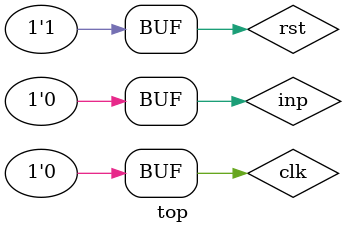
<source format=v>
`timescale 1ns / 1ps
module top;
	reg inp = 0;
	reg clk = 0;
	reg rst = 1;
	
	wire out;
	wire outputState;
	fsm_beh starter (clk, rst, inp, outputState, out);
	testBench tester();


endmodule

</source>
